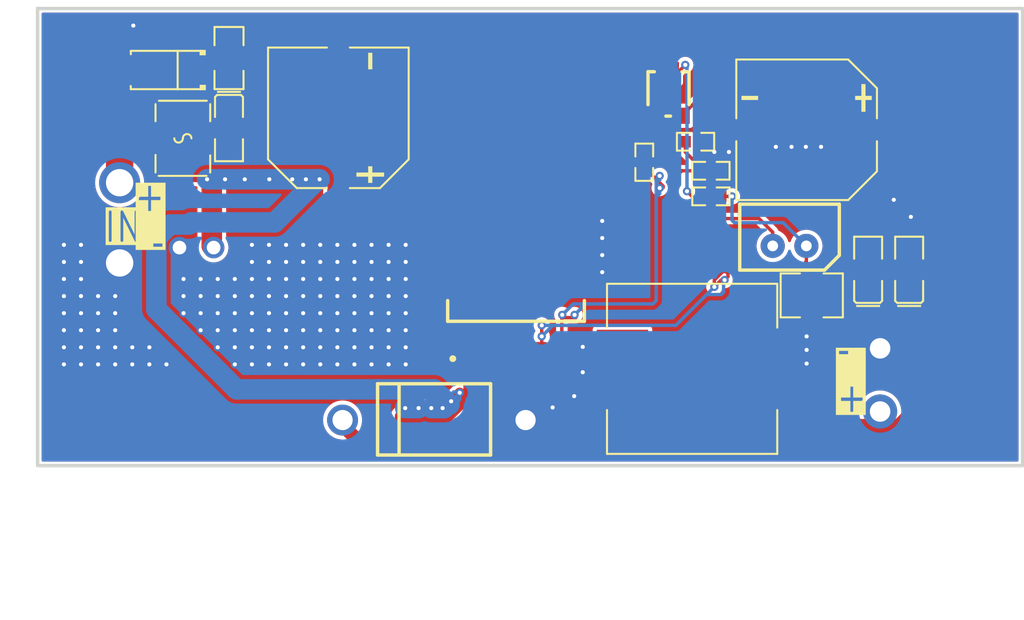
<source format=kicad_pcb>
(kicad_pcb (version 20241229) (generator "pcbnew") (generator_version "9.0")
  (layers (0 "F.Cu" signal "Top Layer") (2 "B.Cu" signal "Bottom Layer") (13 "F.Paste" user "Top Paste Mask Layer") (15 "B.Paste" user "Bottom Paste Mask Layer") (5 "F.SilkS" user "Top Silkscreen Layer") (7 "B.SilkS" user "Bottom Silkscreen Layer") (1 "F.Mask" user "Top Solder Mask Layer") (3 "B.Mask" user "Bottom Solder Mask Layer") (25 "Edge.Cuts" user "Multi-Layer"))
  (net 0 "")
  (net 1 "VOUT")
  (net 2 "GND")
  (net 3 "VIN")
  (net 4 "$1N1219")
  (net 5 "$1N1180")
  (net 6 "$1N915")
  (net 7 "$1N1694")
  (net 8 "$1N1297")
  (net 9 "F1")
  (net 10 "LED3")
  (net 11 "TRIM")
  (net 12 "VINPLUG")
  (net 13 "LED1")
  (footprint "kg88:LED1206-R-RD_GREEN" (layer "F.Cu") (at 178.199 110.066 90)
    (property "Reference" "LED3" (hide yes))
    (property "Value" "")
    (fp_line (start 2.4635 -1.0385) (end 0.826 -1.0385) (stroke (width 0.1525)) (layer "F.SilkS"))
    (fp_line (start -2.311 -1.0385) (end -0.826 -1.0385) (stroke (width 0.1525)) (layer "F.SilkS"))
    (fp_line (start -2.4635 -0.886) (end -2.311 -1.0385) (stroke (width 0.1525)) (layer "F.SilkS"))
    (fp_line (start -2.4635 0.886) (end -2.4635 -0.886) (stroke (width 0.1525)) (layer "F.SilkS"))
    (fp_line (start 2.4635 1.0385) (end 2.4635 -1.0385) (stroke (width 0.1525)) (layer "F.SilkS"))
    (fp_line (start 0.826 1.0385) (end 2.4635 1.0385) (stroke (width 0.1525)) (layer "F.SilkS"))
    (fp_line (start -0.826 1.0385) (end -2.311 1.0385) (stroke (width 0.1525)) (layer "F.SilkS"))
    (fp_line (start -2.311 1.0385) (end -2.4635 0.886) (stroke (width 0.1525)) (layer "F.SilkS"))
    (fp_poly (pts (xy -2.616 0.886) (xy -2.616 -0.886) (xy -2.7685 -0.886) (xy -2.7685 0.886)) (fill yes) (layer "F.SilkS"))
    (pad "1" smd rect (at 1.4925 0 90) (size 1.485 1.62) (layers "F.Cu" "F.Mask" "F.Paste") (net 13 "LED1"))
    (pad "2" smd rect (at -1.4925 0 90) (size 1.485 1.62) (layers "F.Cu" "F.Mask" "F.Paste") (net 10 "LED3"))
  )
  (footprint "kg88:CAP-SMD_BD10.0-L10.3-W10.3-FD" (layer "F.Cu") (at 173.627 99.652 180)
    (property "Reference" "C1" (hide yes))
    (property "Value" "")
    (fp_line (start 5.226 5.226) (end -3.09 5.226) (stroke (width 0.1525)) (layer "F.SilkS"))
    (fp_line (start 5.226 0.8525) (end 5.226 5.226) (stroke (width 0.1525)) (layer "F.SilkS"))
    (fp_line (start 5.226 -0.8525) (end 5.226 -5.226) (stroke (width 0.1525)) (layer "F.SilkS"))
    (fp_line (start 5.226 -5.226) (end -3.09 -5.226) (stroke (width 0.1525)) (layer "F.SilkS"))
    (fp_line (start -3.09 5.226) (end -5.226 3.09) (stroke (width 0.1525)) (layer "F.SilkS"))
    (fp_line (start -3.09 -5.226) (end -5.226 -3.09) (stroke (width 0.1525)) (layer "F.SilkS"))
    (fp_line (start -5.226 3.09) (end -5.226 0.8525) (stroke (width 0.1525)) (layer "F.SilkS"))
    (fp_line (start -5.226 -3.09) (end -5.226 -0.8525) (stroke (width 0.1525)) (layer "F.SilkS"))
    (fp_poly (pts (xy 4.841 2.2145) (xy 4.841 2.5235) (xy 3.605 2.5235) (xy 3.605 2.2145)) (fill yes) (layer "F.SilkS"))
    (fp_poly (pts (xy -4.3775 1.339) (xy -4.3775 3.399) (xy -4.0685 3.399) (xy -4.0685 1.339)) (fill yes) (layer "F.SilkS"))
    (fp_poly (pts (xy -4.841 2.2145) (xy -4.841 2.5235) (xy -3.605 2.5235) (xy -3.605 2.2145)) (fill yes) (layer "F.SilkS"))
    (pad "1" smd rect (at -4.5 0 180) (size 4.5 1.65) (layers "F.Cu" "F.Mask" "F.Paste") (net 1 "VOUT"))
    (pad "2" smd rect (at 4.5 0 180) (size 4.5 1.65) (layers "F.Cu" "F.Mask" "F.Paste") (net 2 "GND"))
  )
  (footprint "kg88:DO-27_BD5.3-L8.4-P12.40-D1.3-RD" (layer "F.Cu") (at 145.941 121.242)
    (property "Reference" "1N5824" (hide yes))
    (property "Value" "")
    (fp_line (start -4.2 -2.7) (end 4.2 -2.7) (stroke (width 0.254)) (layer "F.SilkS"))
    (fp_line (start -4.2 2.6) (end -4.2 -2.7) (stroke (width 0.254)) (layer "F.SilkS"))
    (fp_line (start -2.6 -2.6) (end -2.6 2.6) (stroke (width 0.254)) (layer "F.SilkS"))
    (fp_line (start 4.2 -2.7) (end 4.2 2.6) (stroke (width 0.254)) (layer "F.SilkS"))
    (fp_line (start 4.2 2.6) (end -4.2 2.6) (stroke (width 0.254)) (layer "F.SilkS"))
    (pad "1" thru_hole circle (at -6.8 0 180) (size 2.3 2.3) (drill 1.5) (layers "*.Cu" "*.Mask") (net 6 "$1N915"))
    (pad "2" thru_hole circle (at 6.8 0 180) (size 2.3 2.3) (drill 1.5) (layers "*.Cu" "*.Mask") (net 2 "GND"))
  )
  (footprint "kg88:IND-SMD_L12.5-W12.5" (layer "F.Cu") (at 165.118 117.432 180)
    (property "Reference" "68mH" (hide yes))
    (property "Value" "")
    (fp_line (start 6.326 6.326) (end 6.326 3.0625) (stroke (width 0.1525)) (layer "F.SilkS"))
    (fp_line (start 6.326 -6.326) (end 6.326 -3.0625) (stroke (width 0.1525)) (layer "F.SilkS"))
    (fp_line (start -6.326 6.326) (end 6.326 6.326) (stroke (width 0.1525)) (layer "F.SilkS"))
    (fp_line (start -6.326 3.0625) (end -6.326 6.326) (stroke (width 0.1525)) (layer "F.SilkS"))
    (fp_line (start -6.326 -3.0625) (end -6.326 -6.326) (stroke (width 0.1525)) (layer "F.SilkS"))
    (fp_line (start -6.326 -6.326) (end 6.326 -6.326) (stroke (width 0.1525)) (layer "F.SilkS"))
    (pad "1" smd rect (at 5.178 0 180) (size 3.824 5.82) (layers "F.Cu" "F.Mask" "F.Paste") (net 6 "$1N915"))
    (pad "2" smd rect (at -5.178 0 180) (size 3.824 5.82) (layers "F.Cu" "F.Mask" "F.Paste") (net 1 "VOUT"))
  )
  (footprint "kg88:LED1206-R-RD_GREEN" (layer "F.Cu") (at 181.247 110.066 90)
    (property "Reference" "LED2" (hide yes))
    (property "Value" "")
    (fp_line (start 2.4635 -1.0385) (end 0.826 -1.0385) (stroke (width 0.1525)) (layer "F.SilkS"))
    (fp_line (start -2.311 -1.0385) (end -0.826 -1.0385) (stroke (width 0.1525)) (layer "F.SilkS"))
    (fp_line (start -2.4635 -0.886) (end -2.311 -1.0385) (stroke (width 0.1525)) (layer "F.SilkS"))
    (fp_line (start -2.4635 0.886) (end -2.4635 -0.886) (stroke (width 0.1525)) (layer "F.SilkS"))
    (fp_line (start 2.4635 1.0385) (end 2.4635 -1.0385) (stroke (width 0.1525)) (layer "F.SilkS"))
    (fp_line (start 0.826 1.0385) (end 2.4635 1.0385) (stroke (width 0.1525)) (layer "F.SilkS"))
    (fp_line (start -0.826 1.0385) (end -2.311 1.0385) (stroke (width 0.1525)) (layer "F.SilkS"))
    (fp_line (start -2.311 1.0385) (end -2.4635 0.886) (stroke (width 0.1525)) (layer "F.SilkS"))
    (fp_poly (pts (xy -2.616 0.886) (xy -2.616 -0.886) (xy -2.7685 -0.886) (xy -2.7685 0.886)) (fill yes) (layer "F.SilkS"))
    (pad "1" smd rect (at 1.4925 0 90) (size 1.485 1.62) (layers "F.Cu" "F.Mask" "F.Paste") (net 1 "VOUT"))
    (pad "2" smd rect (at -1.4925 0 90) (size 1.485 1.62) (layers "F.Cu" "F.Mask" "F.Paste") (net 13 "LED1"))
  )
  (footprint "kg88:Pad_e2341" (layer "F.Cu") (at 129.56 108.415)
    (property "Reference" "" (at 0 0 0) (layer "F.SilkS") (effects (font (size 1.27 1.27))))
    (property "Value" "")
    (pad "2" thru_hole circle (at 0 0) (size 1.6 1.6) (drill 1.016) (layers "*.Cu" "*.Mask") (net 3 "VIN"))
  )
  (footprint "kg88:R0603" (layer "F.Cu") (at 166.515 102.7)
    (property "Reference" "R4" (hide yes))
    (property "Value" "")
    (fp_line (start -1.385 -0.6605) (end -0.426 -0.6605) (stroke (width 0.1525)) (layer "F.SilkS"))
    (fp_line (start -1.385 0.6605) (end -1.385 -0.6605) (stroke (width 0.1525)) (layer "F.SilkS"))
    (fp_line (start -0.426 0.6605) (end -1.385 0.6605) (stroke (width 0.1525)) (layer "F.SilkS"))
    (fp_line (start 0.426 0.6605) (end 1.385 0.6605) (stroke (width 0.1525)) (layer "F.SilkS"))
    (fp_line (start 1.385 -0.6605) (end 0.426 -0.6605) (stroke (width 0.1525)) (layer "F.SilkS"))
    (fp_line (start 1.385 0.6605) (end 1.385 -0.6605) (stroke (width 0.1525)) (layer "F.SilkS"))
    (pad "1" smd rect (at -0.7535 0) (size 0.8065 0.864) (layers "F.Cu" "F.Mask" "F.Paste") (net 4 "$1N1219"))
    (pad "2" smd rect (at 0.7535 0) (size 0.8065 0.864) (layers "F.Cu" "F.Mask" "F.Paste") (net 5 "$1N1180"))
  )
  (footprint "kg88:R0603" (layer "F.Cu") (at 165.372 100.541)
    (property "Reference" "R1" (hide yes))
    (property "Value" "")
    (fp_line (start -1.385 -0.6605) (end -0.426 -0.6605) (stroke (width 0.1525)) (layer "F.SilkS"))
    (fp_line (start -1.385 0.6605) (end -1.385 -0.6605) (stroke (width 0.1525)) (layer "F.SilkS"))
    (fp_line (start -0.426 0.6605) (end -1.385 0.6605) (stroke (width 0.1525)) (layer "F.SilkS"))
    (fp_line (start 0.426 0.6605) (end 1.385 0.6605) (stroke (width 0.1525)) (layer "F.SilkS"))
    (fp_line (start 1.385 -0.6605) (end 0.426 -0.6605) (stroke (width 0.1525)) (layer "F.SilkS"))
    (fp_line (start 1.385 0.6605) (end 1.385 -0.6605) (stroke (width 0.1525)) (layer "F.SilkS"))
    (pad "1" smd rect (at -0.7535 0) (size 0.8065 0.864) (layers "F.Cu" "F.Mask" "F.Paste") (net 4 "$1N1219"))
    (pad "2" smd rect (at 0.7535 0) (size 0.8065 0.864) (layers "F.Cu" "F.Mask" "F.Paste") (net 2 "GND"))
  )
  (footprint "kg88:Pad_e2340" (layer "F.Cu") (at 127.018 108.415)
    (property "Reference" "" (at 0 0 0) (layer "F.SilkS") (effects (font (size 1.27 1.27))))
    (property "Value" "")
    (pad "1" thru_hole circle (at 0 0) (size 1.6 1.6) (drill 1.016) (layers "*.Cu" "*.Mask") (net 2 "GND"))
  )
  (footprint "kg88:CAP-SMD_BD10.0-L10.3-W10.3-FD" (layer "F.Cu") (at 138.829 98.763 90)
    (property "Reference" "C2" (hide yes))
    (property "Value" "")
    (fp_line (start 5.226 -5.226) (end -3.09 -5.226) (stroke (width 0.1525)) (layer "F.SilkS"))
    (fp_line (start -3.09 -5.226) (end -5.226 -3.09) (stroke (width 0.1525)) (layer "F.SilkS"))
    (fp_line (start -5.226 -3.09) (end -5.226 -0.8525) (stroke (width 0.1525)) (layer "F.SilkS"))
    (fp_line (start 5.226 -0.8525) (end 5.226 -5.226) (stroke (width 0.1525)) (layer "F.SilkS"))
    (fp_line (start 5.226 0.8525) (end 5.226 5.226) (stroke (width 0.1525)) (layer "F.SilkS"))
    (fp_line (start -5.226 3.09) (end -5.226 0.8525) (stroke (width 0.1525)) (layer "F.SilkS"))
    (fp_line (start 5.226 5.226) (end -3.09 5.226) (stroke (width 0.1525)) (layer "F.SilkS"))
    (fp_line (start -3.09 5.226) (end -5.226 3.09) (stroke (width 0.1525)) (layer "F.SilkS"))
    (fp_poly (pts (xy -4.3775 1.339) (xy -4.3775 3.399) (xy -4.0685 3.399) (xy -4.0685 1.339)) (fill yes) (layer "F.SilkS"))
    (fp_poly (pts (xy 4.841 2.2145) (xy 4.841 2.5235) (xy 3.605 2.5235) (xy 3.605 2.2145)) (fill yes) (layer "F.SilkS"))
    (fp_poly (pts (xy -4.841 2.2145) (xy -4.841 2.5235) (xy -3.605 2.5235) (xy -3.605 2.2145)) (fill yes) (layer "F.SilkS"))
    (pad "1" smd rect (at -4.5 0 90) (size 4.5 1.65) (layers "F.Cu" "F.Mask" "F.Paste") (net 3 "VIN"))
    (pad "2" smd rect (at 4.5 0 90) (size 4.5 1.65) (layers "F.Cu" "F.Mask" "F.Paste") (net 2 "GND"))
  )
  (footprint "kg88:F1812" (layer "F.Cu") (at 127.272 100.287 90)
    (property "Reference" "F1" (hide yes))
    (property "Value" "")
    (fp_line (start 2.54 -2.032) (end 1.27 -2.032) (stroke (width 0.1525)) (layer "F.SilkS"))
    (fp_line (start -2.54 -2.032) (end -1.235 -2.032) (stroke (width 0.1525)) (layer "F.SilkS"))
    (fp_line (start -2.794 -1.798) (end -2.794 1.758) (stroke (width 0.152)) (layer "F.SilkS"))
    (fp_line (start 2.794 -1.778) (end 2.794 1.778) (stroke (width 0.152)) (layer "F.SilkS"))
    (fp_line (start 1.27 2.032) (end 2.54 2.032) (stroke (width 0.1525)) (layer "F.SilkS"))
    (fp_line (start -1.27 2.032) (end -2.54 2.032) (stroke (width 0.1525)) (layer "F.SilkS"))
    (fp_arc (start 0 0) (mid -0.3175 -0.3175) (end 0 -0.635) (stroke (width 0.152)) (layer "F.SilkS"))
    (fp_arc (start 0 0) (mid 0.3175 0.3175) (end 0 0.635) (stroke (width 0.152)) (layer "F.SilkS"))
    (pad "1" smd rect (at -1.8535 0 90) (size 1.4065 3.499) (layers "F.Cu" "F.Mask" "F.Paste") (net 3 "VIN"))
    (pad "2" smd rect (at 1.8535 0 90) (size 1.4065 3.499) (layers "F.Cu" "F.Mask" "F.Paste") (net 9 "F1"))
  )
  (footprint "kg88:R0603" (layer "F.Cu") (at 166.515 104.605)
    (property "Reference" "R2" (hide yes))
    (property "Value" "")
    (fp_line (start -1.385 -0.6605) (end -0.426 -0.6605) (stroke (width 0.1525)) (layer "F.SilkS"))
    (fp_line (start -1.385 0.6605) (end -1.385 -0.6605) (stroke (width 0.1525)) (layer "F.SilkS"))
    (fp_line (start -0.426 0.6605) (end -1.385 0.6605) (stroke (width 0.1525)) (layer "F.SilkS"))
    (fp_line (start 0.426 0.6605) (end 1.385 0.6605) (stroke (width 0.1525)) (layer "F.SilkS"))
    (fp_line (start 1.385 -0.6605) (end 0.426 -0.6605) (stroke (width 0.1525)) (layer "F.SilkS"))
    (fp_line (start 1.385 0.6605) (end 1.385 -0.6605) (stroke (width 0.1525)) (layer "F.SilkS"))
    (pad "1" smd rect (at -0.7535 0) (size 0.8065 0.864) (layers "F.Cu" "F.Mask" "F.Paste") (net 11 "TRIM"))
    (pad "2" smd rect (at 0.7535 0) (size 0.8065 0.864) (layers "F.Cu" "F.Mask" "F.Paste") (net 5 "$1N1180"))
  )
  (footprint "kg88:CONN-TH_5267-02A" (layer "F.Cu") (at 172.357 108.288 180)
    (property "Reference" "CN1" (hide yes))
    (property "Value" "")
    (fp_line (start 3.7 3.1) (end 3.7 -1.8) (stroke (width 0.254)) (layer "F.SilkS"))
    (fp_line (start 3.7 -1.8) (end -2.3 -1.8) (stroke (width 0.254)) (layer "F.SilkS"))
    (fp_line (start -2.3 -1.8) (end -2.6 -1.8) (stroke (width 0.254)) (layer "F.SilkS"))
    (fp_line (start -2.6 -1.8) (end -3.7 -0.7) (stroke (width 0.254)) (layer "F.SilkS"))
    (fp_line (start -3.7 3.1) (end 3.7 3.1) (stroke (width 0.254)) (layer "F.SilkS"))
    (fp_line (start -3.7 -0.7) (end -3.7 3.1) (stroke (width 0.254)) (layer "F.SilkS"))
    (pad "1" thru_hole circle (at -1.25 0 180) (size 1.8 1.8) (drill 0.8) (layers "*.Cu" "*.Mask") (net 5 "$1N1180"))
    (pad "2" thru_hole circle (at 1.25 0 180) (size 1.8 1.8) (drill 0.8) (layers "*.Cu" "*.Mask") (net 4 "$1N1219"))
  )
  (footprint "kg88:Pad_e897" (layer "F.Cu") (at 122.573 103.589)
    (property "Reference" "" (at 0 0 0) (layer "F.SilkS") (effects (font (size 1.27 1.27))))
    (property "Value" "")
    (pad "1" thru_hole circle (at 0 0) (size 3.048 3.048) (drill 2.032) (layers "*.Cu" "*.Mask") (net 12 "VINPLUG"))
  )
  (footprint "kg88:TO-263-5_L10.2-W8.9-P1.70-TL" (layer "F.Cu") (at 152.0315 112.0315 90)
    (property "Reference" "U2" (hide yes))
    (property "Value" "")
    (fp_line (start -1.863 -5.08) (end -0.326 -5.08) (stroke (width 0.254)) (layer "F.SilkS"))
    (fp_line (start -0.326 5.08) (end -1.863 5.08) (stroke (width 0.254)) (layer "F.SilkS"))
    (fp_line (start -1.863 5.08) (end -1.863 -5.08) (stroke (width 0.254)) (layer "F.SilkS"))
    (fp_circle (center -4.6445 -4.699) (end -4.5175 -4.699) (stroke (width 0.254)) (fill no) (layer "F.SilkS"))
    (pad "1" smd rect (at -5.0075 -3.4035 90) (size 3.2 1.15) (layers "F.Cu" "F.Mask" "F.Paste") (net 3 "VIN"))
    (pad "2" smd rect (at -5.0075 -1.702 90) (size 3.2 1.15) (layers "F.Cu" "F.Mask" "F.Paste") (net 6 "$1N915"))
    (pad "3" smd rect (at -5.0075 0 90) (size 3.2 1.15) (layers "F.Cu" "F.Mask" "F.Paste") (net 2 "GND"))
    (pad "4" smd rect (at -5.0075 1.702 90) (size 3.2 1.15) (layers "F.Cu" "F.Mask" "F.Paste") (net 5 "$1N1180"))
    (pad "5" smd rect (at -5.0075 3.4035 90) (size 3.2 1.15) (layers "F.Cu" "F.Mask" "F.Paste") (net 8 "$1N1297"))
    (pad "6" smd custom (at 5.0075 0.3175 90) (size 0.000001 0.000001) (layers "F.Cu" "F.Mask" "F.Paste") (net 2 "GND") (options (clearance outline) (anchor circle)) (primitives (gr_poly (pts (xy -4.064 -4.0005) (xy 2.54 -4.0005) (xy 2.54 -5.7785) (xy 4.064 -5.7785) (xy 4.064 5.1435) (xy 2.54 5.1435) (xy 2.54 4) (xy -4.064 4)) (width 0) (fill yes))))
  )
  (footprint "kg88:R1210" (layer "F.Cu") (at 174.008 111.971)
    (property "Reference" "R6" (hide yes))
    (property "Value" "")
    (fp_line (start -2.311 -1.6325) (end -0.876 -1.6325) (stroke (width 0.1525)) (layer "F.SilkS"))
    (fp_line (start -2.311 1.6325) (end -2.311 -1.6325) (stroke (width 0.1525)) (layer "F.SilkS"))
    (fp_line (start -0.876 1.6325) (end -2.311 1.6325) (stroke (width 0.1525)) (layer "F.SilkS"))
    (fp_line (start 0.876 1.6325) (end 2.311 1.6325) (stroke (width 0.1525)) (layer "F.SilkS"))
    (fp_line (start 2.311 -1.6325) (end 0.876 -1.6325) (stroke (width 0.1525)) (layer "F.SilkS"))
    (fp_line (start 2.311 1.6325) (end 2.311 -1.6325) (stroke (width 0.1525)) (layer "F.SilkS"))
    (pad "1" smd rect (at -1.441 0) (size 1.2825 2.808) (layers "F.Cu" "F.Mask" "F.Paste") (net 2 "GND"))
    (pad "2" smd rect (at 1.441 0) (size 1.2825 2.808) (layers "F.Cu" "F.Mask" "F.Paste") (net 10 "LED3"))
  )
  (footprint "kg88:SMA_L4.3-W2.6-LS5.2-RD" (layer "F.Cu") (at 126.002 95.207 180)
    (property "Reference" "D1" (hide yes))
    (property "Value" "")
    (fp_line (start 2.596 -1.426) (end 2.603 -1.187) (stroke (width 0.1525)) (layer "F.SilkS"))
    (fp_line (start 2.5935 1.1755) (end 2.6 1.415) (stroke (width 0.1525)) (layer "F.SilkS"))
    (fp_line (start -0.884 -1.426) (end -0.884 1.426) (stroke (width 0.1525)) (layer "F.SilkS"))
    (fp_line (start -2.596 1.426) (end 2.596 1.426) (stroke (width 0.1525)) (layer "F.SilkS"))
    (fp_line (start -2.596 -1.426) (end 2.596 -1.426) (stroke (width 0.1525)) (layer "F.SilkS"))
    (fp_poly (pts (xy -2.512 1.096) (xy -2.513 1.5025) (xy -2.9725 1.498) (xy -2.969 1.096)) (fill yes) (layer "F.SilkS"))
    (fp_poly (pts (xy -2.52 -1.5025) (xy -2.5215 -1.096) (xy -2.981 -1.1005) (xy -2.977 -1.5025)) (fill yes) (layer "F.SilkS"))
    (pad "1" smd rect (at -2.2 0) (size 2 2) (layers "F.Cu" "F.Mask" "F.Paste") (net 9 "F1"))
    (pad "2" smd rect (at 2.2 0) (size 2 2) (layers "F.Cu" "F.Mask" "F.Paste") (net 12 "VINPLUG"))
  )
  (footprint "kg88:RES-ADJ-SMD_JER33X-1-14" (layer "F.Cu") (at 163.34 96.985)
    (property "Reference" "R7" (hide yes))
    (property "Value" "")
    (fp_line (start -1.5 -1.65) (end -1.5 0.8) (stroke (width 0.254)) (layer "F.SilkS"))
    (fp_line (start -1.031 -1.65) (end -1.5 -1.65) (stroke (width 0.254)) (layer "F.SilkS"))
    (fp_line (start 0.169 1.65) (end -0.169 1.65) (stroke (width 0.254)) (layer "F.SilkS"))
    (fp_line (start 1.031 -1.65) (end 1.55 -1.65) (stroke (width 0.254)) (layer "F.SilkS"))
    (fp_line (start 1.55 -1.65) (end 1.55 0.794) (stroke (width 0.254)) (layer "F.SilkS"))
    (pad "1" smd rect (at 1 1.625 270) (size 1.2 1.2) (layers "F.Cu" "F.Mask" "F.Paste") (net 1 "VOUT"))
    (pad "2" smd rect (at 0 -1.625 270) (size 1.5 1.6) (layers "F.Cu" "F.Mask" "F.Paste") (net 11 "TRIM"))
    (pad "3" smd rect (at -1 1.625 270) (size 1.2 1.2) (layers "F.Cu" "F.Mask" "F.Paste"))
  )
  (footprint "kg88:Pad_e879" (layer "F.Cu") (at 179.088 115.908)
    (property "Reference" "" (at 0 0 0) (layer "F.SilkS") (effects (font (size 1.27 1.27))))
    (property "Value" "")
    (pad "1" thru_hole circle (at 0 0) (size 2.54 2.54) (drill 1.524) (layers "*.Cu" "*.Mask") (net 2 "GND"))
  )
  (footprint "kg88:R0603" (layer "F.Cu") (at 161.562 102.065 90)
    (property "Reference" "R3" (hide yes))
    (property "Value" "")
    (fp_line (start 1.385 -0.6605) (end 0.426 -0.6605) (stroke (width 0.1525)) (layer "F.SilkS"))
    (fp_line (start -1.385 -0.6605) (end -0.426 -0.6605) (stroke (width 0.1525)) (layer "F.SilkS"))
    (fp_line (start 1.385 0.6605) (end 1.385 -0.6605) (stroke (width 0.1525)) (layer "F.SilkS"))
    (fp_line (start 0.426 0.6605) (end 1.385 0.6605) (stroke (width 0.1525)) (layer "F.SilkS"))
    (fp_line (start -0.426 0.6605) (end -1.385 0.6605) (stroke (width 0.1525)) (layer "F.SilkS"))
    (fp_line (start -1.385 0.6605) (end -1.385 -0.6605) (stroke (width 0.1525)) (layer "F.SilkS"))
    (pad "1" smd rect (at -0.7535 0 90) (size 0.8065 0.864) (layers "F.Cu" "F.Mask" "F.Paste") (net 8 "$1N1297"))
    (pad "2" smd rect (at 0.7535 0 90) (size 0.8065 0.864) (layers "F.Cu" "F.Mask" "F.Paste") (net 2 "GND"))
  )
  (footprint "kg88:R1206" (layer "F.Cu") (at 130.701 94.318 90)
    (property "Reference" "R5" (hide yes))
    (property "Value" "")
    (fp_line (start 2.311 -1.079) (end 0.951 -1.079) (stroke (width 0.1525)) (layer "F.SilkS"))
    (fp_line (start -2.311 -1.079) (end -0.951 -1.079) (stroke (width 0.1525)) (layer "F.SilkS"))
    (fp_line (start 2.311 1.079) (end 2.311 -1.079) (stroke (width 0.1525)) (layer "F.SilkS"))
    (fp_line (start 0.951 1.079) (end 2.311 1.079) (stroke (width 0.1525)) (layer "F.SilkS"))
    (fp_line (start -0.951 1.079) (end -2.311 1.079) (stroke (width 0.1525)) (layer "F.SilkS"))
    (fp_line (start -2.311 1.079) (end -2.311 -1.079) (stroke (width 0.1525)) (layer "F.SilkS"))
    (pad "1" smd rect (at -1.479 0 90) (size 1.2075 1.701) (layers "F.Cu" "F.Mask" "F.Paste") (net 7 "$1N1694"))
    (pad "2" smd rect (at 1.479 0 90) (size 1.2075 1.701) (layers "F.Cu" "F.Mask" "F.Paste") (net 2 "GND"))
  )
  (footprint "kg88:Pad_e899" (layer "F.Cu") (at 122.573 109.558)
    (property "Reference" "" (at 0 0 0) (layer "F.SilkS") (effects (font (size 1.27 1.27))))
    (property "Value" "")
    (pad "1" thru_hole circle (at 0 0) (size 3.048 3.048) (drill 2.032) (layers "*.Cu" "*.Mask") (net 2 "GND"))
  )
  (footprint "kg88:LED1206-R-RD_GREEN" (layer "F.Cu") (at 130.701 99.525 -90)
    (property "Reference" "LED1" (hide yes))
    (property "Value" "")
    (fp_line (start -2.311 1.0385) (end -2.4635 0.886) (stroke (width 0.1525)) (layer "F.SilkS"))
    (fp_line (start -0.826 1.0385) (end -2.311 1.0385) (stroke (width 0.1525)) (layer "F.SilkS"))
    (fp_line (start 0.826 1.0385) (end 2.4635 1.0385) (stroke (width 0.1525)) (layer "F.SilkS"))
    (fp_line (start 2.4635 1.0385) (end 2.4635 -1.0385) (stroke (width 0.1525)) (layer "F.SilkS"))
    (fp_line (start -2.4635 0.886) (end -2.4635 -0.886) (stroke (width 0.1525)) (layer "F.SilkS"))
    (fp_line (start -2.4635 -0.886) (end -2.311 -1.0385) (stroke (width 0.1525)) (layer "F.SilkS"))
    (fp_line (start -2.311 -1.0385) (end -0.826 -1.0385) (stroke (width 0.1525)) (layer "F.SilkS"))
    (fp_line (start 2.4635 -1.0385) (end 0.826 -1.0385) (stroke (width 0.1525)) (layer "F.SilkS"))
    (fp_poly (pts (xy -2.616 0.886) (xy -2.616 -0.886) (xy -2.7685 -0.886) (xy -2.7685 0.886)) (fill yes) (layer "F.SilkS"))
    (pad "1" smd rect (at 1.4925 0 270) (size 1.485 1.62) (layers "F.Cu" "F.Mask" "F.Paste") (net 3 "VIN"))
    (pad "2" smd rect (at -1.4925 0 270) (size 1.485 1.62) (layers "F.Cu" "F.Mask" "F.Paste") (net 7 "$1N1694"))
  )
  (footprint "kg88:Pad_e877" (layer "F.Cu") (at 179.088 120.607)
    (property "Reference" "" (at 0 0 0) (layer "F.SilkS") (effects (font (size 1.27 1.27))))
    (property "Value" "")
    (pad "1" thru_hole circle (at 0 0) (size 2.54 2.54) (drill 1.524) (layers "*.Cu" "*.Mask") (net 1 "VOUT"))
  )
  (gr_rect (start 116.477 90.635) (end 189.677 124.635) (stroke (width 0.254)) (fill no) (layer "Edge.Cuts"))
  (gr_text "IN" (at 121.303 108.161 0) (layer "F.SilkS" knockout) (effects (font (size 2.1335 1.829) (thickness 0.203)) (justify left bottom)))
  (gr_text "-\n+" (at 175.913 120.988 0) (layer "F.SilkS" knockout) (effects (font (size 2.1335 1.829) (thickness 0.203)) (justify left bottom)))
  (gr_text "-\n+" (at 125.875 103.462 180) (layer "F.SilkS" knockout) (effects (font (size 2.1335 1.829) (thickness 0.203)) (justify left bottom)))
  (segment (start 180.567 121.922) (end 175.323 121.922) (width 1.524) (layer "F.Cu") (net 1))
  (segment (start 181.247 108.5735) (end 183.888 108.5735) (width 0.254) (layer "F.Cu") (net 1))
  (segment (start 183.914 108.5995) (end 183.914 118.575) (width 1.524) (layer "F.Cu") (net 1))
  (segment (start 183.888 108.5735) (end 183.914 108.5995) (width 0.254) (layer "F.Cu") (net 1))
  (segment (start 170.802 117.8085) (end 170.706 117.813) (width 1.524) (layer "F.Cu") (net 1))
  (segment (start 175.714 97.239) (end 178.127 99.652) (width 0.254) (layer "F.Cu") (net 1))
  (segment (start 183.914 105.439) (end 183.914 108.5995) (width 1.524) (layer "F.Cu") (net 1))
  (segment (start 183.914 118.575) (end 180.567 121.922) (width 1.524) (layer "F.Cu") (net 1))
  (segment (start 178.127 99.652) (end 183.914 105.439) (width 1.524) (layer "F.Cu") (net 1))
  (segment (start 164.34 98.61) (end 165.711 97.239) (width 0.254) (layer "F.Cu") (net 1))
  (segment (start 175.323 121.922) (end 170.802 117.8085) (width 1.524) (layer "F.Cu") (net 1))
  (segment (start 165.711 97.239) (end 175.714 97.239) (width 0.254) (layer "F.Cu") (net 1))
  (segment (start 152.0315 117.039) (end 152.0315 119.6435) (width 1.016) (layer "F.Cu") (net 2))
  (segment (start 152.741 120.353) (end 152.741 121.623) (width 1.016) (layer "F.Cu") (net 2))
  (segment (start 152.0315 119.6435) (end 152.741 120.353) (width 1.016) (layer "F.Cu") (net 2))
  (via (at 141.293 114.562) (size 0.61) (drill 0.305) (layers "F.Cu" "B.Cu") (net 2))
  (via (at 141.293 109.482) (size 0.61) (drill 0.305) (layers "F.Cu" "B.Cu") (net 2))
  (via (at 140.023 109.482) (size 0.61) (drill 0.305) (layers "F.Cu" "B.Cu") (net 2))
  (via (at 127.323 110.752) (size 0.61) (drill 0.305) (layers "F.Cu" "B.Cu") (net 2))
  (via (at 143.833 110.752) (size 0.61) (drill 0.305) (layers "F.Cu" "B.Cu") (net 2))
  (via (at 137.483 108.212) (size 0.61) (drill 0.305) (layers "F.Cu" "B.Cu") (net 2))
  (via (at 158.438 107.704) (size 0.61) (drill 0.305) (layers "F.Cu" "B.Cu") (net 2))
  (via (at 137.483 110.752) (size 0.61) (drill 0.305) (layers "F.Cu" "B.Cu") (net 2))
  (via (at 143.833 109.482) (size 0.61) (drill 0.305) (layers "F.Cu" "B.Cu") (net 2))
  (via (at 118.433 110.752) (size 0.61) (drill 0.305) (layers "F.Cu" "B.Cu") (net 2))
  (via (at 120.973 112.022) (size 0.61) (drill 0.305) (layers "F.Cu" "B.Cu") (net 2))
  (via (at 129.863 110.752) (size 0.61) (drill 0.305) (layers "F.Cu" "B.Cu") (net 2))
  (via (at 132.403 112.022) (size 0.61) (drill 0.305) (layers "F.Cu" "B.Cu") (net 2))
  (via (at 129.863 113.292) (size 0.61) (drill 0.305) (layers "F.Cu" "B.Cu") (net 2))
  (via (at 136.213 115.832) (size 0.61) (drill 0.305) (layers "F.Cu" "B.Cu") (net 2))
  (via (at 141.293 112.022) (size 0.61) (drill 0.305) (layers "F.Cu" "B.Cu") (net 2))
  (via (at 171.341 100.922) (size 0.61) (drill 0.305) (layers "F.Cu" "B.Cu") (net 2))
  (via (at 132.403 114.562) (size 0.61) (drill 0.305) (layers "F.Cu" "B.Cu") (net 2))
  (via (at 142.563 108.212) (size 0.61) (drill 0.305) (layers "F.Cu" "B.Cu") (net 2))
  (via (at 134.943 113.292) (size 0.61) (drill 0.305) (layers "F.Cu" "B.Cu") (net 2))
  (via (at 133.673 117.102) (size 0.61) (drill 0.305) (layers "F.Cu" "B.Cu") (net 2))
  (via (at 118.433 114.562) (size 0.61) (drill 0.305) (layers "F.Cu" "B.Cu") (net 2))
  (via (at 128.593 110.752) (size 0.61) (drill 0.305) (layers "F.Cu" "B.Cu") (net 2))
  (via (at 173.627 117.04) (size 0.61) (drill 0.305) (layers "F.Cu" "B.Cu") (net 2))
  (via (at 173.569 100.922) (size 0.61) (drill 0.305) (layers "F.Cu" "B.Cu") (net 2))
  (via (at 122.243 114.562) (size 0.61) (drill 0.305) (layers "F.Cu" "B.Cu") (net 2))
  (via (at 141.293 117.102) (size 0.61) (drill 0.305) (layers "F.Cu" "B.Cu") (net 2))
  (via (at 136.213 117.102) (size 0.61) (drill 0.305) (layers "F.Cu" "B.Cu") (net 2))
  (via (at 138.753 114.562) (size 0.61) (drill 0.305) (layers "F.Cu" "B.Cu") (net 2))
  (via (at 141.293 110.752) (size 0.61) (drill 0.305) (layers "F.Cu" "B.Cu") (net 2))
  (via (at 137.483 117.102) (size 0.61) (drill 0.305) (layers "F.Cu" "B.Cu") (net 2))
  (via (at 142.563 117.102) (size 0.61) (drill 0.305) (layers "F.Cu" "B.Cu") (net 2))
  (via (at 142.563 115.832) (size 0.61) (drill 0.305) (layers "F.Cu" "B.Cu") (net 2))
  (via (at 156.355 119.464) (size 0.61) (drill 0.305) (layers "F.Cu" "B.Cu") (net 2))
  (via (at 137.483 112.022) (size 0.61) (drill 0.305) (layers "F.Cu" "B.Cu") (net 2))
  (via (at 132.403 117.102) (size 0.61) (drill 0.305) (layers "F.Cu" "B.Cu") (net 2))
  (via (at 173.627 116.0255) (size 0.61) (drill 0.305) (layers "F.Cu" "B.Cu") (net 2))
  (via (at 119.703 110.752) (size 0.61) (drill 0.305) (layers "F.Cu" "B.Cu") (net 2))
  (via (at 122.243 115.832) (size 0.61) (drill 0.305) (layers "F.Cu" "B.Cu") (net 2))
  (via (at 129.863 115.832) (size 0.61) (drill 0.305) (layers "F.Cu" "B.Cu") (net 2))
  (via (at 141.293 113.292) (size 0.61) (drill 0.305) (layers "F.Cu" "B.Cu") (net 2))
  (via (at 140.023 113.292) (size 0.61) (drill 0.305) (layers "F.Cu" "B.Cu") (net 2))
  (via (at 134.943 108.212) (size 0.61) (drill 0.305) (layers "F.Cu" "B.Cu") (net 2))
  (via (at 132.403 115.832) (size 0.61) (drill 0.305) (layers "F.Cu" "B.Cu") (net 2))
  (via (at 119.703 113.292) (size 0.61) (drill 0.305) (layers "F.Cu" "B.Cu") (net 2))
  (via (at 132.403 108.212) (size 0.61) (drill 0.305) (layers "F.Cu" "B.Cu") (net 2))
  (via (at 118.433 112.022) (size 0.61) (drill 0.305) (layers "F.Cu" "B.Cu") (net 2))
  (via (at 143.833 117.102) (size 0.61) (drill 0.305) (layers "F.Cu" "B.Cu") (net 2))
  (via (at 138.753 113.292) (size 0.61) (drill 0.305) (layers "F.Cu" "B.Cu") (net 2))
  (via (at 140.023 115.832) (size 0.61) (drill 0.305) (layers "F.Cu" "B.Cu") (net 2))
  (via (at 118.433 109.482) (size 0.61) (drill 0.305) (layers "F.Cu" "B.Cu") (net 2))
  (via (at 131.133 113.292) (size 0.61) (drill 0.305) (layers "F.Cu" "B.Cu") (net 2))
  (via (at 143.833 108.212) (size 0.61) (drill 0.305) (layers "F.Cu" "B.Cu") (net 2))
  (via (at 124.783 117.102) (size 0.61) (drill 0.305) (layers "F.Cu" "B.Cu") (net 2))
  (via (at 132.403 110.752) (size 0.61) (drill 0.305) (layers "F.Cu" "B.Cu") (net 2))
  (via (at 137.483 109.482) (size 0.61) (drill 0.305) (layers "F.Cu" "B.Cu") (net 2))
  (via (at 118.433 117.102) (size 0.61) (drill 0.305) (layers "F.Cu" "B.Cu") (net 2))
  (via (at 136.213 108.212) (size 0.61) (drill 0.305) (layers "F.Cu" "B.Cu") (net 2))
  (via (at 133.673 108.212) (size 0.61) (drill 0.305) (layers "F.Cu" "B.Cu") (net 2))
  (via (at 140.023 114.562) (size 0.61) (drill 0.305) (layers "F.Cu" "B.Cu") (net 2))
  (via (at 134.943 112.022) (size 0.61) (drill 0.305) (layers "F.Cu" "B.Cu") (net 2))
  (via (at 141.293 108.212) (size 0.61) (drill 0.305) (layers "F.Cu" "B.Cu") (net 2))
  (via (at 143.833 113.292) (size 0.61) (drill 0.305) (layers "F.Cu" "B.Cu") (net 2))
  (via (at 138.753 110.752) (size 0.61) (drill 0.305) (layers "F.Cu" "B.Cu") (net 2))
  (via (at 134.943 110.752) (size 0.61) (drill 0.305) (layers "F.Cu" "B.Cu") (net 2))
  (via (at 129.863 112.022) (size 0.61) (drill 0.305) (layers "F.Cu" "B.Cu") (net 2))
  (via (at 137.483 115.832) (size 0.61) (drill 0.305) (layers "F.Cu" "B.Cu") (net 2))
  (via (at 127.323 112.022) (size 0.61) (drill 0.305) (layers "F.Cu" "B.Cu") (net 2))
  (via (at 138.753 109.482) (size 0.61) (drill 0.305) (layers "F.Cu" "B.Cu") (net 2))
  (via (at 122.243 112.022) (size 0.61) (drill 0.305) (layers "F.Cu" "B.Cu") (net 2))
  (via (at 119.703 114.562) (size 0.61) (drill 0.305) (layers "F.Cu" "B.Cu") (net 2))
  (via (at 140.023 112.022) (size 0.61) (drill 0.305) (layers "F.Cu" "B.Cu") (net 2))
  (via (at 136.213 109.482) (size 0.61) (drill 0.305) (layers "F.Cu" "B.Cu") (net 2))
  (via (at 140.023 117.102) (size 0.61) (drill 0.305) (layers "F.Cu" "B.Cu") (net 2))
  (via (at 132.403 113.292) (size 0.61) (drill 0.305) (layers "F.Cu" "B.Cu") (net 2))
  (via (at 134.943 117.102) (size 0.61) (drill 0.305) (layers "F.Cu" "B.Cu") (net 2))
  (via (at 118.433 108.212) (size 0.61) (drill 0.305) (layers "F.Cu" "B.Cu") (net 2))
  (via (at 128.593 114.562) (size 0.61) (drill 0.305) (layers "F.Cu" "B.Cu") (net 2))
  (via (at 143.833 112.022) (size 0.61) (drill 0.305) (layers "F.Cu" "B.Cu") (net 2))
  (via (at 158.438 108.974) (size 0.61) (drill 0.305) (layers "F.Cu" "B.Cu") (net 2))
  (via (at 119.703 108.212) (size 0.61) (drill 0.305) (layers "F.Cu" "B.Cu") (net 2))
  (via (at 133.673 110.752) (size 0.61) (drill 0.305) (layers "F.Cu" "B.Cu") (net 2))
  (via (at 142.563 110.752) (size 0.61) (drill 0.305) (layers "F.Cu" "B.Cu") (net 2))
  (via (at 131.133 110.752) (size 0.61) (drill 0.305) (layers "F.Cu" "B.Cu") (net 2))
  (via (at 172.505 100.922) (size 0.61) (drill 0.305) (layers "F.Cu" "B.Cu") (net 2))
  (via (at 118.433 113.292) (size 0.61) (drill 0.305) (layers "F.Cu" "B.Cu") (net 2))
  (via (at 158.438 110.244) (size 0.61) (drill 0.305) (layers "F.Cu" "B.Cu") (net 2))
  (via (at 137.483 113.292) (size 0.61) (drill 0.305) (layers "F.Cu" "B.Cu") (net 2))
  (via (at 142.563 112.022) (size 0.61) (drill 0.305) (layers "F.Cu" "B.Cu") (net 2))
  (via (at 181.374 106.129) (size 0.61) (drill 0.305) (layers "F.Cu" "B.Cu") (net 2))
  (via (at 134.943 109.482) (size 0.61) (drill 0.305) (layers "F.Cu" "B.Cu") (net 2))
  (via (at 138.753 117.102) (size 0.61) (drill 0.305) (layers "F.Cu" "B.Cu") (net 2))
  (via (at 156.99 115.8015) (size 0.61) (drill 0.305) (layers "F.Cu" "B.Cu") (net 2))
  (via (at 133.673 114.562) (size 0.61) (drill 0.305) (layers "F.Cu" "B.Cu") (net 2))
  (via (at 140.023 110.752) (size 0.61) (drill 0.305) (layers "F.Cu" "B.Cu") (net 2))
  (via (at 138.753 115.832) (size 0.61) (drill 0.305) (layers "F.Cu" "B.Cu") (net 2))
  (via (at 136.213 112.022) (size 0.61) (drill 0.305) (layers "F.Cu" "B.Cu") (net 2))
  (via (at 122.243 113.292) (size 0.61) (drill 0.305) (layers "F.Cu" "B.Cu") (net 2))
  (via (at 136.213 110.752) (size 0.61) (drill 0.305) (layers "F.Cu" "B.Cu") (net 2))
  (via (at 133.673 112.022) (size 0.61) (drill 0.305) (layers "F.Cu" "B.Cu") (net 2))
  (via (at 131.133 114.562) (size 0.61) (drill 0.305) (layers "F.Cu" "B.Cu") (net 2))
  (via (at 138.753 108.212) (size 0.61) (drill 0.305) (layers "F.Cu" "B.Cu") (net 2))
  (via (at 134.943 114.562) (size 0.61) (drill 0.305) (layers "F.Cu" "B.Cu") (net 2))
  (via (at 132.403 109.482) (size 0.61) (drill 0.305) (layers "F.Cu" "B.Cu") (net 2))
  (via (at 141.293 115.832) (size 0.61) (drill 0.305) (layers "F.Cu" "B.Cu") (net 2))
  (via (at 166.769 101.303) (size 0.61) (drill 0.305) (layers "F.Cu" "B.Cu") (net 2))
  (via (at 142.563 109.482) (size 0.61) (drill 0.305) (layers "F.Cu" "B.Cu") (net 2))
  (via (at 128.593 113.292) (size 0.61) (drill 0.305) (layers "F.Cu" "B.Cu") (net 2))
  (via (at 131.133 117.102) (size 0.61) (drill 0.305) (layers "F.Cu" "B.Cu") (net 2))
  (via (at 120.973 115.832) (size 0.61) (drill 0.305) (layers "F.Cu" "B.Cu") (net 2))
  (via (at 180.104 104.859) (size 0.61) (drill 0.305) (layers "F.Cu" "B.Cu") (net 2))
  (via (at 142.563 113.292) (size 0.61) (drill 0.305) (layers "F.Cu" "B.Cu") (net 2))
  (via (at 123.589 91.905) (size 0.61) (drill 0.305) (layers "F.Cu" "B.Cu") (net 2))
  (via (at 119.703 117.102) (size 0.61) (drill 0.305) (layers "F.Cu" "B.Cu") (net 2))
  (via (at 136.213 114.562) (size 0.61) (drill 0.305) (layers "F.Cu" "B.Cu") (net 2))
  (via (at 131.133 115.832) (size 0.61) (drill 0.305) (layers "F.Cu" "B.Cu") (net 2))
  (via (at 133.673 115.832) (size 0.61) (drill 0.305) (layers "F.Cu" "B.Cu") (net 2))
  (via (at 142.563 114.562) (size 0.61) (drill 0.305) (layers "F.Cu" "B.Cu") (net 2))
  (via (at 119.703 115.832) (size 0.61) (drill 0.305) (layers "F.Cu" "B.Cu") (net 2))
  (via (at 158.438 106.434) (size 0.61) (drill 0.305) (layers "F.Cu" "B.Cu") (net 2))
  (via (at 123.513 117.102) (size 0.61) (drill 0.305) (layers "F.Cu" "B.Cu") (net 2))
  (via (at 136.213 113.292) (size 0.61) (drill 0.305) (layers "F.Cu" "B.Cu") (net 2))
  (via (at 154.751 120.3045) (size 0.61) (drill 0.305) (layers "F.Cu" "B.Cu") (net 2))
  (via (at 131.133 112.022) (size 0.61) (drill 0.305) (layers "F.Cu" "B.Cu") (net 2))
  (via (at 122.243 117.102) (size 0.61) (drill 0.305) (layers "F.Cu" "B.Cu") (net 2))
  (via (at 156.99 117.686) (size 0.61) (drill 0.305) (layers "F.Cu" "B.Cu") (net 2))
  (via (at 174.698 100.922) (size 0.61) (drill 0.305) (layers "F.Cu" "B.Cu") (net 2))
  (via (at 118.433 115.832) (size 0.61) (drill 0.305) (layers "F.Cu" "B.Cu") (net 2))
  (via (at 133.673 109.482) (size 0.61) (drill 0.305) (layers "F.Cu" "B.Cu") (net 2))
  (via (at 143.833 114.562) (size 0.61) (drill 0.305) (layers "F.Cu" "B.Cu") (net 2))
  (via (at 127.323 113.292) (size 0.61) (drill 0.305) (layers "F.Cu" "B.Cu") (net 2))
  (via (at 128.593 112.022) (size 0.61) (drill 0.305) (layers "F.Cu" "B.Cu") (net 2))
  (via (at 123.513 115.832) (size 0.61) (drill 0.305) (layers "F.Cu" "B.Cu") (net 2))
  (via (at 119.703 112.022) (size 0.61) (drill 0.305) (layers "F.Cu" "B.Cu") (net 2))
  (via (at 120.973 114.562) (size 0.61) (drill 0.305) (layers "F.Cu" "B.Cu") (net 2))
  (via (at 143.833 115.832) (size 0.61) (drill 0.305) (layers "F.Cu" "B.Cu") (net 2))
  (via (at 167.855 101.303) (size 0.61) (drill 0.305) (layers "F.Cu" "B.Cu") (net 2))
  (via (at 129.863 114.562) (size 0.61) (drill 0.305) (layers "F.Cu" "B.Cu") (net 2))
  (via (at 134.943 115.832) (size 0.61) (drill 0.305) (layers "F.Cu" "B.Cu") (net 2))
  (via (at 119.703 109.482) (size 0.61) (drill 0.305) (layers "F.Cu" "B.Cu") (net 2))
  (via (at 126.053 117.102) (size 0.61) (drill 0.305) (layers "F.Cu" "B.Cu") (net 2))
  (via (at 124.783 115.832) (size 0.61) (drill 0.305) (layers "F.Cu" "B.Cu") (net 2))
  (via (at 138.753 112.022) (size 0.61) (drill 0.305) (layers "F.Cu" "B.Cu") (net 2))
  (via (at 173.627 115.019) (size 0.61) (drill 0.305) (layers "F.Cu" "B.Cu") (net 2))
  (via (at 140.023 108.212) (size 0.61) (drill 0.305) (layers "F.Cu" "B.Cu") (net 2))
  (via (at 120.973 113.292) (size 0.61) (drill 0.305) (layers "F.Cu" "B.Cu") (net 2))
  (via (at 133.673 113.292) (size 0.61) (drill 0.305) (layers "F.Cu" "B.Cu") (net 2))
  (via (at 137.483 114.562) (size 0.61) (drill 0.305) (layers "F.Cu" "B.Cu") (net 2))
  (via (at 120.973 117.102) (size 0.61) (drill 0.305) (layers "F.Cu" "B.Cu") (net 2))
  (segment (start 148.628 117.039) (end 148.628 119.19) (width 1.016) (layer "F.Cu") (net 3))
  (segment (start 143.7955 120.353) (end 144.791 120.353) (width 0.762) (layer "F.Cu") (net 3))
  (segment (start 129.423 108.278) (end 129.56 108.415) (width 1.524) (layer "F.Cu") (net 3))
  (segment (start 138.35 102.784) (end 138.829 103.263) (width 1.524) (layer "F.Cu") (net 3))
  (segment (start 129.423 102.784) (end 129.423 108.278) (width 1.524) (layer "F.Cu") (net 3))
  (segment (start 144.791 120.353) (end 145.7335 120.353) (width 0.762) (layer "F.Cu") (net 3))
  (segment (start 146.83 120.988) (end 143.528 120.988) (width 1.016) (layer "F.Cu") (net 3))
  (segment (start 145.7335 120.353) (end 146.703 120.353) (width 0.762) (layer "F.Cu") (net 3))
  (segment (start 130.701 101.0175) (end 130.701 102.319) (width 0.254) (layer "F.Cu") (net 3))
  (segment (start 147.211 119.845) (end 147.846 119.21) (width 0.762) (layer "F.Cu") (net 3))
  (segment (start 146.703 120.353) (end 147.211 119.845) (width 0.762) (layer "F.Cu") (net 3))
  (segment (start 148.628 119.19) (end 146.83 120.988) (width 1.016) (layer "F.Cu") (net 3))
  (segment (start 129.423 102.784) (end 138.35 102.784) (width 1.524) (layer "F.Cu") (net 3))
  (segment (start 127.4075 102.9025) (end 127.526 102.784) (width 1.524) (layer "F.Cu") (net 3))
  (segment (start 127.526 102.784) (end 129.423 102.784) (width 1.524) (layer "F.Cu") (net 3))
  (via (at 133.6975 103.335) (size 0.61) (drill 0.305) (layers "F.Cu" "B.Cu") (net 3))
  (via (at 136.4155 103.335) (size 0.61) (drill 0.305) (layers "F.Cu" "B.Cu") (net 3))
  (via (at 144.791 120.353) (size 0.61) (drill 0.305) (layers "F.Cu" "B.Cu") (net 3))
  (via (at 137.432 103.335) (size 0.61) (drill 0.305) (layers "F.Cu" "B.Cu") (net 3))
  (via (at 143.7955 120.353) (size 0.61) (drill 0.305) (layers "F.Cu" "B.Cu") (net 3))
  (via (at 147.211 119.845) (size 0.61) (drill 0.305) (layers "F.Cu" "B.Cu") (net 3))
  (via (at 145.7335 120.353) (size 0.61) (drill 0.305) (layers "F.Cu" "B.Cu") (net 3))
  (via (at 135.4 103.335) (size 0.61) (drill 0.305) (layers "F.Cu" "B.Cu") (net 3))
  (via (at 147.846 119.21) (size 0.61) (drill 0.305) (layers "F.Cu" "B.Cu") (net 3))
  (via (at 129.0725 103.335) (size 0.61) (drill 0.305) (layers "F.Cu" "B.Cu") (net 3))
  (via (at 146.576 120.353) (size 0.61) (drill 0.305) (layers "F.Cu" "B.Cu") (net 3))
  (via (at 131.874 103.335) (size 0.61) (drill 0.305) (layers "F.Cu" "B.Cu") (net 3))
  (via (at 130.407 103.335) (size 0.61) (drill 0.305) (layers "F.Cu" "B.Cu") (net 3))
  (segment (start 147.719 119.845) (end 147.846 119.718) (width 0.254) (layer "B.Cu") (net 3))
  (segment (start 136.4155 103.335) (end 137.305 103.335) (width 1.524) (layer "B.Cu") (net 3))
  (segment (start 147.211 119.845) (end 147.211 119.337) (width 0.254) (layer "B.Cu") (net 3))
  (segment (start 133.6975 103.335) (end 135.4 103.335) (width 1.524) (layer "B.Cu") (net 3))
  (segment (start 147.211 119.337) (end 147.3905 119.1575) (width 0.254) (layer "B.Cu") (net 3))
  (segment (start 129.0725 103.335) (end 130.407 103.335) (width 1.524) (layer "B.Cu") (net 3))
  (segment (start 127.728 106.701) (end 127.89 106.539) (width 1.524) (layer "B.Cu") (net 3))
  (segment (start 145.7335 120.353) (end 144.791 120.353) (width 0.254) (layer "B.Cu") (net 3))
  (segment (start 131.874 103.335) (end 133.6975 103.335) (width 1.524) (layer "B.Cu") (net 3))
  (segment (start 147.7935 119.1575) (end 147.846 119.21) (width 0.254) (layer "B.Cu") (net 3))
  (segment (start 147.0205 120.0355) (end 146.703 120.353) (width 1.524) (layer "B.Cu") (net 3))
  (segment (start 147.084 120.099) (end 147.0205 120.0355) (width 1.524) (layer "B.Cu") (net 3))
  (segment (start 147.3905 119.1575) (end 147.7935 119.1575) (width 0.254) (layer "B.Cu") (net 3))
  (segment (start 145.941 118.956) (end 131.263 118.956) (width 1.524) (layer "B.Cu") (net 3))
  (segment (start 146.703 120.353) (end 145.7335 120.353) (width 1.524) (layer "B.Cu") (net 3))
  (segment (start 137.305 103.335) (end 137.432 103.335) (width 1.524) (layer "B.Cu") (net 3))
  (segment (start 131.263 118.956) (end 125.304 112.997) (width 1.524) (layer "B.Cu") (net 3))
  (segment (start 147.846 119.21) (end 147.211 119.845) (width 0.254) (layer "B.Cu") (net 3))
  (segment (start 144.791 120.353) (end 143.7955 120.353) (width 1.524) (layer "B.Cu") (net 3))
  (segment (start 125.304 112.997) (end 125.304 107.705) (width 1.524) (layer "B.Cu") (net 3))
  (segment (start 125.304 107.705) (end 126.308 106.701) (width 1.524) (layer "B.Cu") (net 3))
  (segment (start 147.846 119.718) (end 147.846 119.21) (width 0.254) (layer "B.Cu") (net 3))
  (segment (start 126.308 106.701) (end 127.728 106.701) (width 1.524) (layer "B.Cu") (net 3))
  (segment (start 135.4 103.335) (end 136.4155 103.335) (width 1.524) (layer "B.Cu") (net 3))
  (segment (start 147.0205 120.0355) (end 145.941 118.956) (width 1.524) (layer "B.Cu") (net 3))
  (segment (start 130.407 103.335) (end 131.874 103.335) (width 1.524) (layer "B.Cu") (net 3))
  (segment (start 134.101 106.539) (end 137.305 103.335) (width 1.524) (layer "B.Cu") (net 3))
  (segment (start 127.89 106.539) (end 134.101 106.539) (width 1.524) (layer "B.Cu") (net 3))
  (segment (start 170.091 106.256) (end 171.107 107.272) (width 0.254) (layer "F.Cu") (net 4))
  (segment (start 164.6185 101.3115) (end 164.6185 100.541) (width 0.254) (layer "F.Cu") (net 4))
  (segment (start 171.107 107.272) (end 171.107 108.288) (width 0.254) (layer "F.Cu") (net 4))
  (segment (start 164.356 102.7) (end 163.975 103.081) (width 0.254) (layer "F.Cu") (net 4))
  (segment (start 165.626 106.256) (end 170.091 106.256) (width 0.254) (layer "F.Cu") (net 4))
  (segment (start 163.975 104.605) (end 165.626 106.256) (width 0.254) (layer "F.Cu") (net 4))
  (segment (start 165.7615 102.4545) (end 164.6185 101.3115) (width 0.254) (layer "F.Cu") (net 4))
  (segment (start 165.7615 102.7) (end 164.356 102.7) (width 0.254) (layer "F.Cu") (net 4))
  (segment (start 165.7615 102.7) (end 165.7615 102.4545) (width 0.254) (layer "F.Cu") (net 4))
  (segment (start 163.975 103.081) (end 163.975 104.605) (width 0.254) (layer "F.Cu") (net 4))
  (segment (start 166.769 111.336) (end 167.277 110.828) (width 0.254) (layer "F.Cu") (net 5))
  (segment (start 167.627 110.193) (end 167.785 110.351) (width 0.254) (layer "F.Cu") (net 5))
  (segment (start 167.785 110.574) (end 167.531 110.828) (width 0.254) (layer "F.Cu") (net 5))
  (segment (start 153.942 116.8305) (end 153.942 115.019) (width 0.254) (layer "F.Cu") (net 5))
  (segment (start 153.7335 117.039) (end 153.942 116.8305) (width 0.254) (layer "F.Cu") (net 5))
  (segment (start 168.0835 104.605) (end 167.2685 104.605) (width 0.254) (layer "F.Cu") (net 5))
  (segment (start 166.769 111.336) (end 166.769 110.828) (width 0.254) (layer "F.Cu") (net 5))
  (segment (start 168.908 109.939) (end 173.119 109.939) (width 0.254) (layer "F.Cu") (net 5))
  (segment (start 173.607 109.451) (end 173.607 108.288) (width 0.254) (layer "F.Cu") (net 5))
  (segment (start 166.769 110.828) (end 167.404 110.193) (width 0.254) (layer "F.Cu") (net 5))
  (segment (start 167.627 110.193) (end 168.654 110.193) (width 0.254) (layer "F.Cu") (net 5))
  (segment (start 167.277 110.828) (end 167.531 110.828) (width 0.254) (layer "F.Cu") (net 5))
  (segment (start 168.654 110.193) (end 168.908 109.939) (width 0.254) (layer "F.Cu") (net 5))
  (segment (start 167.404 110.193) (end 167.627 110.193) (width 0.254) (layer "F.Cu") (net 5))
  (segment (start 173.119 109.939) (end 173.607 109.451) (width 0.254) (layer "F.Cu") (net 5))
  (segment (start 167.785 110.351) (end 167.785 110.574) (width 0.254) (layer "F.Cu") (net 5))
  (segment (start 167.2685 102.7) (end 167.2685 104.605) (width 0.254) (layer "F.Cu") (net 5))
  (segment (start 153.942 114.1985) (end 153.942 115.019) (width 0.254) (layer "F.Cu") (net 5))
  (via (at 167.531 110.828) (size 0.61) (drill 0.305) (layers "F.Cu" "B.Cu") (net 5))
  (via (at 168.0835 104.605) (size 0.61) (drill 0.305) (layers "F.Cu" "B.Cu") (net 5))
  (via (at 153.942 114.1985) (size 0.61) (drill 0.305) (layers "F.Cu" "B.Cu") (net 5))
  (via (at 153.942 115.019) (size 0.61) (drill 0.305) (layers "F.Cu" "B.Cu") (net 5))
  (via (at 166.769 111.336) (size 0.61) (drill 0.305) (layers "F.Cu" "B.Cu") (net 5))
  (segment (start 168.0835 106.383) (end 168.263 106.5625) (width 0.254) (layer "B.Cu") (net 5))
  (segment (start 154.7625 114.1985) (end 163.9065 114.1985) (width 0.254) (layer "B.Cu") (net 5))
  (segment (start 153.942 115.019) (end 154.7625 114.1985) (width 0.254) (layer "B.Cu") (net 5))
  (segment (start 167.277 111.9075) (end 167.4565 111.728) (width 0.254) (layer "B.Cu") (net 5))
  (segment (start 163.9065 114.1985) (end 166.1975 111.9075) (width 0.254) (layer "B.Cu") (net 5))
  (segment (start 166.1975 111.9075) (end 166.769 111.336) (width 0.254) (layer "B.Cu") (net 5))
  (segment (start 167.4565 111.728) (end 167.4565 110.9025) (width 0.254) (layer "B.Cu") (net 5))
  (segment (start 167.4565 110.9025) (end 167.531 110.828) (width 0.254) (layer "B.Cu") (net 5))
  (segment (start 166.1975 111.9075) (end 167.277 111.9075) (width 0.254) (layer "B.Cu") (net 5))
  (segment (start 171.8815 106.5625) (end 173.607 108.288) (width 0.254) (layer "B.Cu") (net 5))
  (segment (start 168.0835 104.605) (end 168.0835 106.383) (width 0.254) (layer "B.Cu") (net 5))
  (segment (start 168.263 106.5625) (end 171.8815 106.5625) (width 0.254) (layer "B.Cu") (net 5))
  (segment (start 153.942 114.1985) (end 154.7625 114.1985) (width 0.254) (layer "B.Cu") (net 5))
  (segment (start 149.0645 122.4605) (end 149.497 122.893) (width 1.016) (layer "F.Cu") (net 6))
  (segment (start 148.399 123.192) (end 154.831 123.192) (width 1.016) (layer "F.Cu") (net 6))
  (segment (start 159.94 118.083) (end 159.94 117.432) (width 1.016) (layer "F.Cu") (net 6))
  (segment (start 149.0645 121.6745) (end 150.33 120.409) (width 1.016) (layer "F.Cu") (net 6))
  (segment (start 150.33 120.409) (end 150.33 117.039) (width 1.016) (layer "F.Cu") (net 6))
  (segment (start 147.973 122.766) (end 149.0645 121.6745) (width 1.016) (layer "F.Cu") (net 6))
  (segment (start 147.973 122.766) (end 148.399 123.192) (width 1.016) (layer "F.Cu") (net 6))
  (segment (start 154.831 123.192) (end 159.94 118.083) (width 1.016) (layer "F.Cu") (net 6))
  (segment (start 139.141 121.623) (end 140.284 122.766) (width 1.016) (layer "F.Cu") (net 6))
  (segment (start 149.0645 121.6745) (end 149.0645 122.4605) (width 1.016) (layer "F.Cu") (net 6))
  (segment (start 140.284 122.766) (end 147.973 122.766) (width 1.016) (layer "F.Cu") (net 6))
  (segment (start 130.701 95.797) (end 130.701 98.0325) (width 0.254) (layer "F.Cu") (net 7))
  (segment (start 161.9345 102.8185) (end 161.562 102.8185) (width 0.254) (layer "F.Cu") (net 8))
  (segment (start 155.4355 113.6525) (end 155.466 113.622) (width 0.254) (layer "F.Cu") (net 8))
  (segment (start 155.466 113.622) (end 156.482 113.622) (width 0.254) (layer "F.Cu") (net 8))
  (segment (start 161.9345 102.8185) (end 162.959 103.843) (width 0.254) (layer "F.Cu") (net 8))
  (segment (start 155.4355 117.039) (end 155.4355 113.6525) (width 0.254) (layer "F.Cu") (net 8))
  (segment (start 162.959 103.97) (end 162.959 103.843) (width 0.254) (layer "F.Cu") (net 8))
  (via (at 155.466 113.419) (size 0.61) (drill 0.305) (layers "F.Cu" "B.Cu") (net 8))
  (via (at 162.705 103.9845) (size 0.61) (drill 0.305) (layers "F.Cu" "B.Cu") (net 8))
  (via (at 156.3825 113.419) (size 0.61) (drill 0.305) (layers "F.Cu" "B.Cu") (net 8))
  (via (at 162.705 103.081) (size 0.61) (drill 0.305) (layers "F.Cu" "B.Cu") (net 8))
  (segment (start 156.279 112.606) (end 155.466 113.419) (width 0.254) (layer "B.Cu") (net 8))
  (segment (start 162.451 103.6355) (end 162.451 103.335) (width 0.254) (layer "B.Cu") (net 8))
  (segment (start 162.705 103.3815) (end 162.705 103.081) (width 0.254) (layer "B.Cu") (net 8))
  (segment (start 156.863 112.9385) (end 156.863 112.606) (width 0.254) (layer "B.Cu") (net 8))
  (segment (start 162.451 112.352) (end 162.451 104.6575) (width 0.254) (layer "B.Cu") (net 8))
  (segment (start 162.451 104.6575) (end 162.705 104.4035) (width 0.254) (layer "B.Cu") (net 8))
  (segment (start 156.863 112.606) (end 162.197 112.606) (width 0.254) (layer "B.Cu") (net 8))
  (segment (start 162.197 112.606) (end 162.451 112.352) (width 0.254) (layer "B.Cu") (net 8))
  (segment (start 162.705 104.4035) (end 162.705 103.9845) (width 0.254) (layer "B.Cu") (net 8))
  (segment (start 162.451 103.6355) (end 162.705 103.3815) (width 0.254) (layer "B.Cu") (net 8))
  (segment (start 162.451 103.335) (end 162.705 103.081) (width 0.254) (layer "B.Cu") (net 8))
  (segment (start 162.451 104.6575) (end 162.451 103.6355) (width 0.254) (layer "B.Cu") (net 8))
  (segment (start 156.3825 113.419) (end 156.863 112.9385) (width 0.254) (layer "B.Cu") (net 8))
  (segment (start 156.863 112.606) (end 156.279 112.606) (width 0.254) (layer "B.Cu") (net 8))
  (segment (start 128.202 97.5035) (end 127.272 98.4335) (width 2.032) (layer "F.Cu") (net 9))
  (segment (start 128.202 95.207) (end 128.202 97.5035) (width 2.032) (layer "F.Cu") (net 9))
  (segment (start 175.322 111.971) (end 177.7865 111.971) (width 0.254) (layer "F.Cu") (net 10))
  (segment (start 177.7865 111.971) (end 178.199 111.5585) (width 0.254) (layer "F.Cu") (net 10))
  (segment (start 164.61 94.826) (end 164.076 95.36) (width 0.254) (layer "F.Cu") (net 11))
  (segment (start 164.737 104.224) (end 165.245 104.732) (width 0.254) (layer "F.Cu") (net 11))
  (segment (start 165.245 104.732) (end 165.6345 104.732) (width 0.254) (layer "F.Cu") (net 11))
  (segment (start 165.6345 104.732) (end 165.7615 104.605) (width 0.254) (layer "F.Cu") (net 11))
  (segment (start 164.076 95.36) (end 163.34 95.36) (width 0.254) (layer "F.Cu") (net 11))
  (via (at 164.61 94.826) (size 0.61) (drill 0.305) (layers "F.Cu" "B.Cu") (net 11))
  (via (at 164.737 104.224) (size 0.61) (drill 0.305) (layers "F.Cu" "B.Cu") (net 11))
  (segment (start 164.737 104.224) (end 164.737 94.953) (width 0.254) (layer "B.Cu") (net 11))
  (segment (start 164.737 94.953) (end 164.61 94.826) (width 0.254) (layer "B.Cu") (net 11))
  (segment (start 123.802 97.153) (end 123.802 95.207) (width 2.032) (layer "F.Cu") (net 12))
  (segment (start 122.573 103.589) (end 122.573 98.382) (width 2.032) (layer "F.Cu") (net 12))
  (segment (start 122.573 98.382) (end 123.802 97.153) (width 2.032) (layer "F.Cu") (net 12))
  (segment (start 178.262 108.5735) (end 178.199 108.5735) (width 0.254) (layer "F.Cu") (net 13))
  (segment (start 181.247 111.5585) (end 178.262 108.5735) (width 0.254) (layer "F.Cu") (net 13))
  (zone (net 2) (net_name "GND") (layer "F.Cu") (priority 500) (connect_pads (clearance 0.1015)) (min_thickness 0.127) (fill yes (thermal_gap 0.5) (thermal_bridge_width 0.5))
    (polygon (pts (xy 145.306 93.429) (xy 158.387 93.429) (xy 158.387 112.225) (xy 145.306 112.225)))
  )
  (zone (net 2) (net_name "GND") (layer "F.Cu") (priority 499) (connect_pads (clearance 0.1015)) (min_thickness 0.127) (fill yes (thermal_gap 0.5) (thermal_bridge_width 0.5))
    (polygon (pts (xy 116.223 90.508) (xy 189.629 90.508) (xy 189.629 124.544) (xy 116.223 124.544)))
  )
  (zone (net 2) (net_name "GND") (layer "B.Cu") (priority 500) (connect_pads (clearance 0.1015)) (min_thickness 0.127) (fill yes (thermal_gap 0.5) (thermal_bridge_width 0.5))
    (polygon (pts (xy 146.449 93.302) (xy 157.625 93.302) (xy 157.625 103.716) (xy 146.449 103.716)))
  )
  (zone (net 2) (net_name "GND") (layer "B.Cu") (priority 499) (connect_pads (clearance 0.1015)) (min_thickness 0.127) (fill yes (thermal_gap 0.5) (thermal_bridge_width 0.5))
    (polygon (pts (xy 113.683 90) (xy 189.502 90) (xy 189.502 136.101) (xy 113.683 136.101)))
  )
)
</source>
